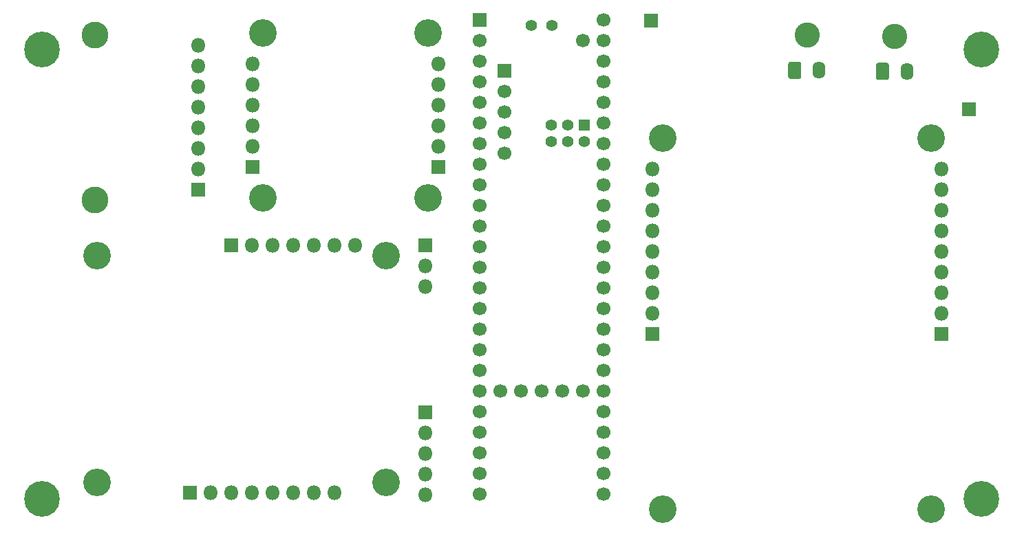
<source format=gbs>
%TF.GenerationSoftware,KiCad,Pcbnew,(5.1.6)-1*%
%TF.CreationDate,2022-02-17T17:54:20-08:00*%
%TF.ProjectId,ARESnoseConeSystem2022,41524553-6e6f-4736-9543-6f6e65537973,rev?*%
%TF.SameCoordinates,Original*%
%TF.FileFunction,Soldermask,Bot*%
%TF.FilePolarity,Negative*%
%FSLAX46Y46*%
G04 Gerber Fmt 4.6, Leading zero omitted, Abs format (unit mm)*
G04 Created by KiCad (PCBNEW (5.1.6)-1) date 2022-02-17 17:54:20*
%MOMM*%
%LPD*%
G01*
G04 APERTURE LIST*
%ADD10R,1.800000X1.800000*%
%ADD11O,1.800000X1.800000*%
%ADD12C,4.400000*%
%ADD13C,3.402000*%
%ADD14C,3.301600*%
%ADD15C,3.301601*%
%ADD16C,1.700000*%
%ADD17R,1.700000X1.700000*%
%ADD18R,1.400000X1.400000*%
%ADD19C,1.400000*%
%ADD20O,1.600000X2.120000*%
%ADD21C,3.100000*%
G04 APERTURE END LIST*
D10*
X165862000Y-59563000D03*
X126746000Y-48641000D03*
D11*
X98933000Y-107061000D03*
X98933000Y-104521000D03*
X98933000Y-101981000D03*
X98933000Y-99441000D03*
D10*
X98933000Y-96901000D03*
X98933000Y-76327000D03*
D11*
X98933000Y-78867000D03*
X98933000Y-81407000D03*
D12*
X51816000Y-107569000D03*
X51816000Y-52197000D03*
X167386000Y-107569000D03*
X167386000Y-52197000D03*
D11*
X77724000Y-53975000D03*
X77724000Y-56515000D03*
X77724000Y-59055000D03*
X77724000Y-61595000D03*
X77724000Y-64135000D03*
D10*
X77724000Y-66675000D03*
D13*
X58547000Y-105537000D03*
X58547000Y-77597000D03*
X94107000Y-77597000D03*
X94107000Y-105537000D03*
D14*
X58293000Y-70739000D03*
D15*
X58293000Y-50419000D03*
D13*
X99314000Y-50165000D03*
X99314000Y-70485000D03*
X78994000Y-70485000D03*
X78994000Y-50165000D03*
X128143000Y-63119000D03*
X128143000Y-108839000D03*
X161163000Y-108839000D03*
X161163000Y-63119000D03*
D11*
X87757000Y-106807000D03*
X85217000Y-106807000D03*
X82677000Y-106807000D03*
X80137000Y-106807000D03*
X77597000Y-106807000D03*
X75057000Y-106807000D03*
X72517000Y-106807000D03*
D10*
X69977000Y-106807000D03*
D11*
X162433000Y-66929000D03*
X162433000Y-69469000D03*
X162433000Y-72009000D03*
X162433000Y-74549000D03*
X162433000Y-77089000D03*
X162433000Y-79629000D03*
X162433000Y-82169000D03*
X162433000Y-84709000D03*
D10*
X162433000Y-87249000D03*
X100584000Y-66675000D03*
D11*
X100584000Y-64135000D03*
X100584000Y-61595000D03*
X100584000Y-59055000D03*
X100584000Y-56515000D03*
X100584000Y-53975000D03*
D10*
X126873000Y-87249000D03*
D11*
X126873000Y-84709000D03*
X126873000Y-82169000D03*
X126873000Y-79629000D03*
X126873000Y-77089000D03*
X126873000Y-74549000D03*
X126873000Y-72009000D03*
X126873000Y-69469000D03*
X126873000Y-66929000D03*
D10*
X75057000Y-76327000D03*
D11*
X77597000Y-76327000D03*
X80137000Y-76327000D03*
X82677000Y-76327000D03*
X85217000Y-76327000D03*
X87757000Y-76327000D03*
X90297000Y-76327000D03*
D10*
X70993000Y-69469000D03*
D11*
X70993000Y-66929000D03*
X70993000Y-64389000D03*
X70993000Y-61849000D03*
X70993000Y-59309000D03*
X70993000Y-56769000D03*
X70993000Y-54229000D03*
X70993000Y-51689000D03*
D16*
X118364000Y-51054000D03*
X108714800Y-64973200D03*
X108714800Y-62433200D03*
X108714800Y-59893200D03*
X108714800Y-57353200D03*
D17*
X108714800Y-54813200D03*
D16*
X120904000Y-48514000D03*
X120904000Y-51054000D03*
X120904000Y-53594000D03*
X120904000Y-56134000D03*
X120904000Y-58674000D03*
X120904000Y-61214000D03*
X120904000Y-63754000D03*
X120904000Y-66294000D03*
X120904000Y-68834000D03*
X120904000Y-71374000D03*
X120904000Y-73914000D03*
X120904000Y-76454000D03*
X120904000Y-78994000D03*
X120904000Y-81534000D03*
D17*
X105664000Y-48514000D03*
D16*
X105664000Y-51054000D03*
X105664000Y-53594000D03*
X105664000Y-56134000D03*
X105664000Y-58674000D03*
X105664000Y-61214000D03*
X105664000Y-63754000D03*
X105664000Y-66294000D03*
X105664000Y-68834000D03*
X105664000Y-71374000D03*
X105664000Y-73914000D03*
X105664000Y-76454000D03*
X105664000Y-78994000D03*
X120904000Y-84074000D03*
X120904000Y-86614000D03*
X120904000Y-89154000D03*
X120904000Y-91694000D03*
X120904000Y-94234000D03*
X120904000Y-96774000D03*
X120904000Y-99314000D03*
X120904000Y-101854000D03*
X120904000Y-104394000D03*
X120904000Y-106934000D03*
X105664000Y-106934000D03*
X105664000Y-104394000D03*
X105664000Y-101854000D03*
X105664000Y-99314000D03*
X105664000Y-81534000D03*
X105664000Y-84074000D03*
X105664000Y-86614000D03*
X105664000Y-96774000D03*
X105664000Y-94234000D03*
X105664000Y-91694000D03*
X105664000Y-89154000D03*
D18*
X118465600Y-61484000D03*
D19*
X118465600Y-63484000D03*
X116465600Y-61484000D03*
X116465600Y-63484000D03*
X114465600Y-63484000D03*
X114465600Y-61484000D03*
D16*
X108204000Y-94234000D03*
X110744000Y-94234000D03*
X113284000Y-94234000D03*
X115824000Y-94234000D03*
X118364000Y-94234000D03*
D19*
X112014000Y-49244000D03*
X114554000Y-49244000D03*
D20*
X158194000Y-54864000D03*
G36*
G01*
X154394000Y-55657333D02*
X154394000Y-54070667D01*
G75*
G02*
X154660667Y-53804000I266667J0D01*
G01*
X155727333Y-53804000D01*
G75*
G02*
X155994000Y-54070667I0J-266667D01*
G01*
X155994000Y-55657333D01*
G75*
G02*
X155727333Y-55924000I-266667J0D01*
G01*
X154660667Y-55924000D01*
G75*
G02*
X154394000Y-55657333I0J266667D01*
G01*
G37*
D21*
X156694000Y-50544000D03*
D20*
X147399000Y-54737000D03*
G36*
G01*
X143599000Y-55530333D02*
X143599000Y-53943667D01*
G75*
G02*
X143865667Y-53677000I266667J0D01*
G01*
X144932333Y-53677000D01*
G75*
G02*
X145199000Y-53943667I0J-266667D01*
G01*
X145199000Y-55530333D01*
G75*
G02*
X144932333Y-55797000I-266667J0D01*
G01*
X143865667Y-55797000D01*
G75*
G02*
X143599000Y-55530333I0J266667D01*
G01*
G37*
D21*
X145899000Y-50417000D03*
M02*

</source>
